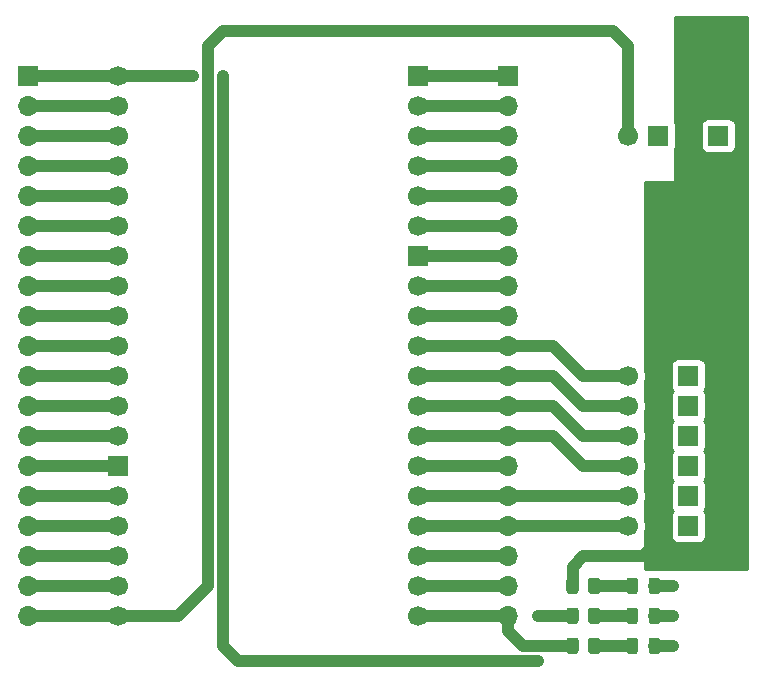
<source format=gbr>
%TF.GenerationSoftware,KiCad,Pcbnew,5.1.10-88a1d61d58~90~ubuntu20.04.1*%
%TF.CreationDate,2021-09-14T21:11:22+00:00*%
%TF.ProjectId,WifiServoBridge,57696669-5365-4727-966f-427269646765,rev?*%
%TF.SameCoordinates,Original*%
%TF.FileFunction,Copper,L1,Top*%
%TF.FilePolarity,Positive*%
%FSLAX46Y46*%
G04 Gerber Fmt 4.6, Leading zero omitted, Abs format (unit mm)*
G04 Created by KiCad (PCBNEW 5.1.10-88a1d61d58~90~ubuntu20.04.1) date 2021-09-14 21:11:22*
%MOMM*%
%LPD*%
G01*
G04 APERTURE LIST*
%TA.AperFunction,ComponentPad*%
%ADD10O,1.700000X1.700000*%
%TD*%
%TA.AperFunction,ComponentPad*%
%ADD11R,1.700000X1.700000*%
%TD*%
%TA.AperFunction,ComponentPad*%
%ADD12C,1.700000*%
%TD*%
%TA.AperFunction,ViaPad*%
%ADD13C,0.800000*%
%TD*%
%TA.AperFunction,Conductor*%
%ADD14C,1.000000*%
%TD*%
%TA.AperFunction,Conductor*%
%ADD15C,0.254000*%
%TD*%
%TA.AperFunction,Conductor*%
%ADD16C,0.100000*%
%TD*%
G04 APERTURE END LIST*
D10*
%TO.P,J4,19*%
%TO.N,DEBUG_LED*%
X392430000Y83820000D03*
%TO.P,J4,18*%
%TO.N,MCU_GPIO7*%
X392430000Y86360000D03*
%TO.P,J4,17*%
%TO.N,MCU_GPIO8*%
X392430000Y88900000D03*
%TO.P,J4,16*%
%TO.N,MCU_GPIO15*%
X392430000Y91440000D03*
%TO.P,J4,15*%
%TO.N,MCU_GPIO2*%
X392430000Y93980000D03*
%TO.P,J4,14*%
%TO.N,MCU_GPIO0*%
X392430000Y96520000D03*
%TO.P,J4,13*%
%TO.N,MCU_GPIO4*%
X392430000Y99060000D03*
%TO.P,J4,12*%
%TO.N,MCU_GPIO16*%
X392430000Y101600000D03*
%TO.P,J4,11*%
%TO.N,MCU_GPIO17*%
X392430000Y104140000D03*
%TO.P,J4,10*%
%TO.N,MCU_GPIO5*%
X392430000Y106680000D03*
%TO.P,J4,9*%
%TO.N,MCU_GPIO18*%
X392430000Y109220000D03*
%TO.P,J4,8*%
%TO.N,MCU_GPIO19*%
X392430000Y111760000D03*
%TO.P,J4,7*%
%TO.N,MCU_GND*%
X392430000Y114300000D03*
%TO.P,J4,6*%
%TO.N,MCU_GPIO21*%
X392430000Y116840000D03*
%TO.P,J4,5*%
%TO.N,MCU_GPIO3*%
X392430000Y119380000D03*
%TO.P,J4,4*%
%TO.N,MCU_GPIO1*%
X392430000Y121920000D03*
%TO.P,J4,3*%
%TO.N,MCU_GPIO22*%
X392430000Y124460000D03*
%TO.P,J4,2*%
%TO.N,MCU_GPIO23*%
X392430000Y127000000D03*
D11*
%TO.P,J4,1*%
%TO.N,MCU_GND*%
X392430000Y129540000D03*
%TD*%
D10*
%TO.P,J3,19*%
%TO.N,MCU_+5V*%
X351790000Y83820000D03*
%TO.P,J3,18*%
%TO.N,MCU_CMD*%
X351790000Y86360000D03*
%TO.P,J3,17*%
%TO.N,MCU_GPIO10*%
X351790000Y88900000D03*
%TO.P,J3,16*%
%TO.N,MCU_GPIO9*%
X351790000Y91440000D03*
%TO.P,J3,15*%
%TO.N,MCU_GPIO13*%
X351790000Y93980000D03*
%TO.P,J3,14*%
%TO.N,MCU_GND*%
X351790000Y96520000D03*
%TO.P,J3,13*%
%TO.N,MCU_GPIO12*%
X351790000Y99060000D03*
%TO.P,J3,12*%
%TO.N,MCU_GPIO14*%
X351790000Y101600000D03*
%TO.P,J3,11*%
%TO.N,MCU_GPIO27*%
X351790000Y104140000D03*
%TO.P,J3,10*%
%TO.N,MCU_GPIO26*%
X351790000Y106680000D03*
%TO.P,J3,9*%
%TO.N,MCU_GPIO25*%
X351790000Y109220000D03*
%TO.P,J3,8*%
%TO.N,MCU_GPIO33*%
X351790000Y111760000D03*
%TO.P,J3,7*%
%TO.N,MCU_GPIO32*%
X351790000Y114300000D03*
%TO.P,J3,6*%
%TO.N,MCU_GPIO35*%
X351790000Y116840000D03*
%TO.P,J3,5*%
%TO.N,MCU_GPIO34*%
X351790000Y119380000D03*
%TO.P,J3,4*%
%TO.N,MCU_SN*%
X351790000Y121920000D03*
%TO.P,J3,3*%
%TO.N,MCU_SP*%
X351790000Y124460000D03*
%TO.P,J3,2*%
%TO.N,MCU_EN*%
X351790000Y127000000D03*
D11*
%TO.P,J3,1*%
%TO.N,MCU_+3V3*%
X351790000Y129540000D03*
%TD*%
%TO.P,J1,2*%
%TO.N,SERVO_GND*%
X410210000Y124460000D03*
D12*
%TO.P,J1,1*%
%TO.N,SERVO_VCC*%
X407670000Y124460000D03*
%TD*%
%TO.P,J2,1*%
%TO.N,MCU_+5V*%
X402590000Y124460000D03*
D11*
%TO.P,J2,2*%
%TO.N,MCU_GND*%
X405130000Y124460000D03*
%TD*%
D12*
%TO.P,J5,1*%
%TO.N,MCU_GPIO5*%
X402590000Y104140000D03*
%TO.P,J5,2*%
%TO.N,SERVO_VCC*%
X405130000Y104140000D03*
D11*
%TO.P,J5,3*%
%TO.N,SERVO_GND*%
X407670000Y104140000D03*
%TD*%
%TO.P,J6,3*%
%TO.N,SERVO_GND*%
X407670000Y101600000D03*
D12*
%TO.P,J6,2*%
%TO.N,SERVO_VCC*%
X405130000Y101600000D03*
%TO.P,J6,1*%
%TO.N,MCU_GPIO17*%
X402590000Y101600000D03*
%TD*%
%TO.P,J7,1*%
%TO.N,MCU_GPIO16*%
X402590000Y99060000D03*
%TO.P,J7,2*%
%TO.N,SERVO_VCC*%
X405130000Y99060000D03*
D11*
%TO.P,J7,3*%
%TO.N,SERVO_GND*%
X407670000Y99060000D03*
%TD*%
%TO.P,J8,3*%
%TO.N,SERVO_GND*%
X407670000Y96520000D03*
D12*
%TO.P,J8,2*%
%TO.N,SERVO_VCC*%
X405130000Y96520000D03*
%TO.P,J8,1*%
%TO.N,MCU_GPIO4*%
X402590000Y96520000D03*
%TD*%
%TO.P,J9,1*%
%TO.N,MCU_GPIO2*%
X402590000Y93980000D03*
%TO.P,J9,2*%
%TO.N,SERVO_VCC*%
X405130000Y93980000D03*
D11*
%TO.P,J9,3*%
%TO.N,SERVO_GND*%
X407670000Y93980000D03*
%TD*%
%TO.P,J10,3*%
%TO.N,SERVO_GND*%
X407670000Y91440000D03*
D12*
%TO.P,J10,2*%
%TO.N,SERVO_VCC*%
X405130000Y91440000D03*
%TO.P,J10,1*%
%TO.N,MCU_GPIO15*%
X402590000Y91440000D03*
%TD*%
%TO.P,U1,2*%
%TO.N,MCU_+3V3*%
X359410000Y129540000D03*
%TO.P,U1,4*%
%TO.N,MCU_EN*%
X359410000Y127000000D03*
%TO.P,U1,5*%
%TO.N,MCU_SP*%
X359410000Y124460000D03*
%TO.P,U1,6*%
%TO.N,MCU_SN*%
X359410000Y121920000D03*
%TO.P,U1,35*%
%TO.N,MCU_GPIO34*%
X359410000Y119380000D03*
%TO.P,U1,36*%
%TO.N,MCU_GPIO35*%
X359410000Y116840000D03*
%TO.P,U1,33*%
%TO.N,MCU_GPIO32*%
X359410000Y114300000D03*
%TO.P,U1,34*%
%TO.N,MCU_GPIO33*%
X359410000Y111760000D03*
%TO.P,U1,30*%
%TO.N,MCU_GPIO25*%
X359410000Y109220000D03*
%TO.P,U1,31*%
%TO.N,MCU_GPIO26*%
X359410000Y106680000D03*
%TO.P,U1,32*%
%TO.N,MCU_GPIO27*%
X359410000Y104140000D03*
%TO.P,U1,21*%
%TO.N,MCU_GPIO14*%
X359410000Y101600000D03*
%TO.P,U1,19*%
%TO.N,MCU_GPIO12*%
X359410000Y99060000D03*
D11*
%TO.P,U1,1*%
%TO.N,MCU_GND*%
X359410000Y96520000D03*
D12*
%TO.P,U1,20*%
%TO.N,MCU_GPIO13*%
X359410000Y93980000D03*
%TO.P,U1,17*%
%TO.N,MCU_GPIO9*%
X359410000Y91440000D03*
%TO.P,U1,18*%
%TO.N,MCU_GPIO10*%
X359410000Y88900000D03*
%TO.P,U1,7*%
%TO.N,MCU_CMD*%
X359410000Y86360000D03*
%TO.P,U1,3*%
%TO.N,MCU_+5V*%
X359410000Y83820000D03*
D11*
%TO.P,U1,1*%
%TO.N,MCU_GND*%
X384810000Y129540000D03*
D12*
%TO.P,U1,29*%
%TO.N,MCU_GPIO23*%
X384810000Y127000000D03*
%TO.P,U1,28*%
%TO.N,MCU_GPIO22*%
X384810000Y124460000D03*
%TO.P,U1,9*%
%TO.N,MCU_GPIO1*%
X384810000Y121920000D03*
%TO.P,U1,11*%
%TO.N,MCU_GPIO3*%
X384810000Y119380000D03*
%TO.P,U1,27*%
%TO.N,MCU_GPIO21*%
X384810000Y116840000D03*
D11*
%TO.P,U1,1*%
%TO.N,MCU_GND*%
X384810000Y114300000D03*
D12*
%TO.P,U1,26*%
%TO.N,MCU_GPIO19*%
X384810000Y111760000D03*
%TO.P,U1,25*%
%TO.N,MCU_GPIO18*%
X384810000Y109220000D03*
%TO.P,U1,13*%
%TO.N,MCU_GPIO5*%
X384810000Y106680000D03*
%TO.P,U1,24*%
%TO.N,MCU_GPIO17*%
X384810000Y104140000D03*
%TO.P,U1,23*%
%TO.N,MCU_GPIO16*%
X384810000Y101600000D03*
%TO.P,U1,12*%
%TO.N,MCU_GPIO4*%
X384810000Y99060000D03*
%TO.P,U1,8*%
%TO.N,MCU_GPIO0*%
X384810000Y96520000D03*
%TO.P,U1,10*%
%TO.N,MCU_GPIO2*%
X384810000Y93980000D03*
%TO.P,U1,22*%
%TO.N,MCU_GPIO15*%
X384810000Y91440000D03*
%TO.P,U1,16*%
%TO.N,MCU_GPIO8*%
X384810000Y88900000D03*
%TO.P,U1,15*%
%TO.N,MCU_GPIO7*%
X384810000Y86360000D03*
%TO.P,U1,14*%
%TO.N,DEBUG_LED*%
X384810000Y83820000D03*
%TD*%
%TO.P,D2,1*%
%TO.N,MCU_GND*%
%TA.AperFunction,SMDPad,CuDef*%
G36*
G01*
X405285000Y84276250D02*
X405285000Y83363750D01*
G75*
G02*
X405041250Y83120000I-243750J0D01*
G01*
X404553750Y83120000D01*
G75*
G02*
X404310000Y83363750I0J243750D01*
G01*
X404310000Y84276250D01*
G75*
G02*
X404553750Y84520000I243750J0D01*
G01*
X405041250Y84520000D01*
G75*
G02*
X405285000Y84276250I0J-243750D01*
G01*
G37*
%TD.AperFunction*%
%TO.P,D2,2*%
%TO.N,Net-(D2-Pad2)*%
%TA.AperFunction,SMDPad,CuDef*%
G36*
G01*
X403410000Y84276250D02*
X403410000Y83363750D01*
G75*
G02*
X403166250Y83120000I-243750J0D01*
G01*
X402678750Y83120000D01*
G75*
G02*
X402435000Y83363750I0J243750D01*
G01*
X402435000Y84276250D01*
G75*
G02*
X402678750Y84520000I243750J0D01*
G01*
X403166250Y84520000D01*
G75*
G02*
X403410000Y84276250I0J-243750D01*
G01*
G37*
%TD.AperFunction*%
%TD*%
%TO.P,D3,2*%
%TO.N,Net-(D3-Pad2)*%
%TA.AperFunction,SMDPad,CuDef*%
G36*
G01*
X403410000Y81736250D02*
X403410000Y80823750D01*
G75*
G02*
X403166250Y80580000I-243750J0D01*
G01*
X402678750Y80580000D01*
G75*
G02*
X402435000Y80823750I0J243750D01*
G01*
X402435000Y81736250D01*
G75*
G02*
X402678750Y81980000I243750J0D01*
G01*
X403166250Y81980000D01*
G75*
G02*
X403410000Y81736250I0J-243750D01*
G01*
G37*
%TD.AperFunction*%
%TO.P,D3,1*%
%TO.N,MCU_GND*%
%TA.AperFunction,SMDPad,CuDef*%
G36*
G01*
X405285000Y81736250D02*
X405285000Y80823750D01*
G75*
G02*
X405041250Y80580000I-243750J0D01*
G01*
X404553750Y80580000D01*
G75*
G02*
X404310000Y80823750I0J243750D01*
G01*
X404310000Y81736250D01*
G75*
G02*
X404553750Y81980000I243750J0D01*
G01*
X405041250Y81980000D01*
G75*
G02*
X405285000Y81736250I0J-243750D01*
G01*
G37*
%TD.AperFunction*%
%TD*%
%TO.P,R2,1*%
%TO.N,Net-(D2-Pad2)*%
%TA.AperFunction,SMDPad,CuDef*%
G36*
G01*
X400205000Y84270002D02*
X400205000Y83369998D01*
G75*
G02*
X399955002Y83120000I-249998J0D01*
G01*
X399429998Y83120000D01*
G75*
G02*
X399180000Y83369998I0J249998D01*
G01*
X399180000Y84270002D01*
G75*
G02*
X399429998Y84520000I249998J0D01*
G01*
X399955002Y84520000D01*
G75*
G02*
X400205000Y84270002I0J-249998D01*
G01*
G37*
%TD.AperFunction*%
%TO.P,R2,2*%
%TO.N,MCU_+3V3*%
%TA.AperFunction,SMDPad,CuDef*%
G36*
G01*
X398380000Y84270002D02*
X398380000Y83369998D01*
G75*
G02*
X398130002Y83120000I-249998J0D01*
G01*
X397604998Y83120000D01*
G75*
G02*
X397355000Y83369998I0J249998D01*
G01*
X397355000Y84270002D01*
G75*
G02*
X397604998Y84520000I249998J0D01*
G01*
X398130002Y84520000D01*
G75*
G02*
X398380000Y84270002I0J-249998D01*
G01*
G37*
%TD.AperFunction*%
%TD*%
%TO.P,R3,2*%
%TO.N,DEBUG_LED*%
%TA.AperFunction,SMDPad,CuDef*%
G36*
G01*
X398380000Y81730002D02*
X398380000Y80829998D01*
G75*
G02*
X398130002Y80580000I-249998J0D01*
G01*
X397604998Y80580000D01*
G75*
G02*
X397355000Y80829998I0J249998D01*
G01*
X397355000Y81730002D01*
G75*
G02*
X397604998Y81980000I249998J0D01*
G01*
X398130002Y81980000D01*
G75*
G02*
X398380000Y81730002I0J-249998D01*
G01*
G37*
%TD.AperFunction*%
%TO.P,R3,1*%
%TO.N,Net-(D3-Pad2)*%
%TA.AperFunction,SMDPad,CuDef*%
G36*
G01*
X400205000Y81730002D02*
X400205000Y80829998D01*
G75*
G02*
X399955002Y80580000I-249998J0D01*
G01*
X399429998Y80580000D01*
G75*
G02*
X399180000Y80829998I0J249998D01*
G01*
X399180000Y81730002D01*
G75*
G02*
X399429998Y81980000I249998J0D01*
G01*
X399955002Y81980000D01*
G75*
G02*
X400205000Y81730002I0J-249998D01*
G01*
G37*
%TD.AperFunction*%
%TD*%
%TO.P,D1,1*%
%TO.N,SERVO_GND*%
%TA.AperFunction,SMDPad,CuDef*%
G36*
G01*
X405285000Y86816250D02*
X405285000Y85903750D01*
G75*
G02*
X405041250Y85660000I-243750J0D01*
G01*
X404553750Y85660000D01*
G75*
G02*
X404310000Y85903750I0J243750D01*
G01*
X404310000Y86816250D01*
G75*
G02*
X404553750Y87060000I243750J0D01*
G01*
X405041250Y87060000D01*
G75*
G02*
X405285000Y86816250I0J-243750D01*
G01*
G37*
%TD.AperFunction*%
%TO.P,D1,2*%
%TO.N,Net-(D1-Pad2)*%
%TA.AperFunction,SMDPad,CuDef*%
G36*
G01*
X403410000Y86816250D02*
X403410000Y85903750D01*
G75*
G02*
X403166250Y85660000I-243750J0D01*
G01*
X402678750Y85660000D01*
G75*
G02*
X402435000Y85903750I0J243750D01*
G01*
X402435000Y86816250D01*
G75*
G02*
X402678750Y87060000I243750J0D01*
G01*
X403166250Y87060000D01*
G75*
G02*
X403410000Y86816250I0J-243750D01*
G01*
G37*
%TD.AperFunction*%
%TD*%
%TO.P,R1,1*%
%TO.N,Net-(D1-Pad2)*%
%TA.AperFunction,SMDPad,CuDef*%
G36*
G01*
X400205000Y86810001D02*
X400205000Y85909999D01*
G75*
G02*
X399955001Y85660000I-249999J0D01*
G01*
X399429999Y85660000D01*
G75*
G02*
X399180000Y85909999I0J249999D01*
G01*
X399180000Y86810001D01*
G75*
G02*
X399429999Y87060000I249999J0D01*
G01*
X399955001Y87060000D01*
G75*
G02*
X400205000Y86810001I0J-249999D01*
G01*
G37*
%TD.AperFunction*%
%TO.P,R1,2*%
%TO.N,SERVO_VCC*%
%TA.AperFunction,SMDPad,CuDef*%
G36*
G01*
X398380000Y86810001D02*
X398380000Y85909999D01*
G75*
G02*
X398130001Y85660000I-249999J0D01*
G01*
X397604999Y85660000D01*
G75*
G02*
X397355000Y85909999I0J249999D01*
G01*
X397355000Y86810001D01*
G75*
G02*
X397604999Y87060000I249999J0D01*
G01*
X398130001Y87060000D01*
G75*
G02*
X398380000Y86810001I0J-249999D01*
G01*
G37*
%TD.AperFunction*%
%TD*%
D13*
%TO.N,MCU_+3V3*%
X394970000Y83820000D03*
%TO.N,SERVO_GND*%
X406400000Y86360000D03*
%TO.N,MCU_GND*%
X406400000Y83820000D03*
X406400000Y81280000D03*
%TO.N,MCU_+3V3*%
X394970000Y80010000D03*
X365760000Y129540000D03*
X368300000Y129540000D03*
%TD*%
D14*
%TO.N,MCU_GND*%
X351790000Y96520000D02*
X359410000Y96520000D01*
X384810000Y114300000D02*
X392430000Y114300000D01*
X384810000Y129540000D02*
X392430000Y129540000D01*
%TO.N,SERVO_GND*%
X404797500Y86360000D02*
X406400000Y86360000D01*
%TO.N,SERVO_VCC*%
X397867500Y86360000D02*
X397867500Y87987500D01*
X397867500Y87987500D02*
X398780000Y88900000D01*
X398780000Y88900000D02*
X403860000Y88900000D01*
X403860000Y88900000D02*
X405130000Y90170000D01*
X405130000Y90170000D02*
X405130000Y91440000D01*
%TO.N,MCU_GND*%
X404797500Y81280000D02*
X406400000Y81280000D01*
X404797500Y83820000D02*
X406400000Y83820000D01*
%TO.N,MCU_+5V*%
X351790000Y83820000D02*
X359410000Y83820000D01*
X402590000Y132080000D02*
X402590000Y124460000D01*
X368300000Y133350000D02*
X401320000Y133350000D01*
X367030000Y132080000D02*
X368300000Y133350000D01*
X367030000Y86360000D02*
X367030000Y132080000D01*
X364490000Y83820000D02*
X367030000Y86360000D01*
X401320000Y133350000D02*
X402590000Y132080000D01*
X359410000Y83820000D02*
X364490000Y83820000D01*
%TO.N,MCU_CMD*%
X351790000Y86360000D02*
X359410000Y86360000D01*
%TO.N,MCU_GPIO10*%
X351790000Y88900000D02*
X359410000Y88900000D01*
%TO.N,MCU_GPIO9*%
X351790000Y91440000D02*
X359410000Y91440000D01*
%TO.N,MCU_GPIO27*%
X351790000Y104140000D02*
X359410000Y104140000D01*
%TO.N,MCU_GPIO26*%
X351790000Y106680000D02*
X359410000Y106680000D01*
%TO.N,MCU_GPIO25*%
X351790000Y109220000D02*
X359410000Y109220000D01*
%TO.N,MCU_GPIO33*%
X351790000Y111760000D02*
X359410000Y111760000D01*
%TO.N,MCU_GPIO32*%
X351790000Y114300000D02*
X359410000Y114300000D01*
%TO.N,MCU_GPIO35*%
X351790000Y116840000D02*
X359410000Y116840000D01*
%TO.N,MCU_GPIO34*%
X351790000Y119380000D02*
X359410000Y119380000D01*
%TO.N,MCU_SN*%
X351790000Y121920000D02*
X359410000Y121920000D01*
%TO.N,MCU_SP*%
X351790000Y124460000D02*
X359410000Y124460000D01*
%TO.N,MCU_EN*%
X351790000Y127000000D02*
X359410000Y127000000D01*
%TO.N,MCU_GPIO7*%
X384810000Y86360000D02*
X392430000Y86360000D01*
%TO.N,MCU_GPIO8*%
X384810000Y88900000D02*
X392430000Y88900000D01*
%TO.N,MCU_GPIO15*%
X384810000Y91440000D02*
X392430000Y91440000D01*
X392430000Y91440000D02*
X402590000Y91440000D01*
%TO.N,MCU_GPIO0*%
X384810000Y96520000D02*
X392430000Y96520000D01*
%TO.N,MCU_GPIO16*%
X384810000Y101600000D02*
X392430000Y101600000D01*
X392430000Y101600000D02*
X396240000Y101600000D01*
X396240000Y101600000D02*
X398780000Y99060000D01*
X398780000Y99060000D02*
X402590000Y99060000D01*
%TO.N,MCU_GPIO17*%
X384810000Y104140000D02*
X392430000Y104140000D01*
X392430000Y104140000D02*
X396240000Y104140000D01*
X396240000Y104140000D02*
X398780000Y101600000D01*
X398780000Y101600000D02*
X402590000Y101600000D01*
%TO.N,MCU_GPIO18*%
X384810000Y109220000D02*
X392430000Y109220000D01*
%TO.N,MCU_GPIO19*%
X384810000Y111760000D02*
X392430000Y111760000D01*
%TO.N,MCU_GPIO3*%
X384810000Y119380000D02*
X392430000Y119380000D01*
%TO.N,MCU_GPIO1*%
X384810000Y121920000D02*
X392430000Y121920000D01*
%TO.N,MCU_GPIO22*%
X384810000Y124460000D02*
X392430000Y124460000D01*
%TO.N,MCU_GPIO23*%
X384810000Y127000000D02*
X392430000Y127000000D01*
%TO.N,MCU_+3V3*%
X351790000Y129540000D02*
X359410000Y129540000D01*
X359410000Y129540000D02*
X365760000Y129540000D01*
X369570000Y80010000D02*
X394970000Y80010000D01*
X368300000Y81280000D02*
X369570000Y80010000D01*
X368300000Y129540000D02*
X368300000Y81280000D01*
X394970000Y83820000D02*
X397867500Y83820000D01*
%TO.N,DEBUG_LED*%
X392430000Y83820000D02*
X384810000Y83820000D01*
X392430000Y83820000D02*
X392430000Y82550000D01*
X392430000Y82550000D02*
X393700000Y81280000D01*
X393700000Y81280000D02*
X397867500Y81280000D01*
%TO.N,MCU_GPIO21*%
X384810000Y116840000D02*
X392430000Y116840000D01*
%TO.N,MCU_GPIO13*%
X351790000Y93980000D02*
X359410000Y93980000D01*
%TO.N,MCU_GPIO12*%
X351790000Y99060000D02*
X359410000Y99060000D01*
%TO.N,MCU_GPIO14*%
X351790000Y101600000D02*
X359410000Y101600000D01*
%TO.N,MCU_GPIO2*%
X392430000Y93980000D02*
X384810000Y93980000D01*
X392430000Y93980000D02*
X402590000Y93980000D01*
%TO.N,MCU_GPIO4*%
X384810000Y99060000D02*
X392430000Y99060000D01*
X396240000Y99060000D02*
X392430000Y99060000D01*
X398780000Y96520000D02*
X396240000Y99060000D01*
X402590000Y96520000D02*
X398780000Y96520000D01*
%TO.N,MCU_GPIO5*%
X384810000Y106680000D02*
X392430000Y106680000D01*
X392430000Y106680000D02*
X396240000Y106680000D01*
X396240000Y106680000D02*
X398780000Y104140000D01*
X398780000Y104140000D02*
X402590000Y104140000D01*
%TO.N,Net-(D1-Pad2)*%
X399692500Y86360000D02*
X402922500Y86360000D01*
%TO.N,Net-(D2-Pad2)*%
X402922500Y83820000D02*
X399692500Y83820000D01*
%TO.N,Net-(D3-Pad2)*%
X399692500Y81280000D02*
X402922500Y81280000D01*
%TD*%
D15*
%TO.N,SERVO_VCC*%
X412623000Y87757000D02*
X403987000Y87757000D01*
X403987000Y90932165D01*
X404017932Y91006842D01*
X404075000Y91293740D01*
X404075000Y91586260D01*
X404017932Y91873158D01*
X403987000Y91947835D01*
X403987000Y93472165D01*
X404017932Y93546842D01*
X404075000Y93833740D01*
X404075000Y94126260D01*
X404017932Y94413158D01*
X403987000Y94487835D01*
X403987000Y96012165D01*
X404017932Y96086842D01*
X404075000Y96373740D01*
X404075000Y96666260D01*
X404017932Y96953158D01*
X403987000Y97027835D01*
X403987000Y98552165D01*
X404017932Y98626842D01*
X404075000Y98913740D01*
X404075000Y99206260D01*
X404017932Y99493158D01*
X403987000Y99567835D01*
X403987000Y101092165D01*
X404017932Y101166842D01*
X404075000Y101453740D01*
X404075000Y101746260D01*
X404017932Y102033158D01*
X403987000Y102107835D01*
X403987000Y103632165D01*
X404017932Y103706842D01*
X404075000Y103993740D01*
X404075000Y104286260D01*
X404017932Y104573158D01*
X403987000Y104647835D01*
X403987000Y104990000D01*
X406181928Y104990000D01*
X406181928Y103290000D01*
X406194188Y103165518D01*
X406230498Y103045820D01*
X406289463Y102935506D01*
X406343222Y102870000D01*
X406289463Y102804494D01*
X406230498Y102694180D01*
X406194188Y102574482D01*
X406181928Y102450000D01*
X406181928Y100750000D01*
X406194188Y100625518D01*
X406230498Y100505820D01*
X406289463Y100395506D01*
X406343222Y100330000D01*
X406289463Y100264494D01*
X406230498Y100154180D01*
X406194188Y100034482D01*
X406181928Y99910000D01*
X406181928Y98210000D01*
X406194188Y98085518D01*
X406230498Y97965820D01*
X406289463Y97855506D01*
X406343222Y97790000D01*
X406289463Y97724494D01*
X406230498Y97614180D01*
X406194188Y97494482D01*
X406181928Y97370000D01*
X406181928Y95670000D01*
X406194188Y95545518D01*
X406230498Y95425820D01*
X406289463Y95315506D01*
X406343222Y95250000D01*
X406289463Y95184494D01*
X406230498Y95074180D01*
X406194188Y94954482D01*
X406181928Y94830000D01*
X406181928Y93130000D01*
X406194188Y93005518D01*
X406230498Y92885820D01*
X406289463Y92775506D01*
X406343222Y92710000D01*
X406289463Y92644494D01*
X406230498Y92534180D01*
X406194188Y92414482D01*
X406181928Y92290000D01*
X406181928Y90590000D01*
X406194188Y90465518D01*
X406230498Y90345820D01*
X406289463Y90235506D01*
X406368815Y90138815D01*
X406465506Y90059463D01*
X406575820Y90000498D01*
X406695518Y89964188D01*
X406820000Y89951928D01*
X408520000Y89951928D01*
X408644482Y89964188D01*
X408764180Y90000498D01*
X408874494Y90059463D01*
X408971185Y90138815D01*
X409050537Y90235506D01*
X409109502Y90345820D01*
X409145812Y90465518D01*
X409158072Y90590000D01*
X409158072Y92290000D01*
X409145812Y92414482D01*
X409109502Y92534180D01*
X409050537Y92644494D01*
X408996778Y92710000D01*
X409050537Y92775506D01*
X409109502Y92885820D01*
X409145812Y93005518D01*
X409158072Y93130000D01*
X409158072Y94830000D01*
X409145812Y94954482D01*
X409109502Y95074180D01*
X409050537Y95184494D01*
X408996778Y95250000D01*
X409050537Y95315506D01*
X409109502Y95425820D01*
X409145812Y95545518D01*
X409158072Y95670000D01*
X409158072Y97370000D01*
X409145812Y97494482D01*
X409109502Y97614180D01*
X409050537Y97724494D01*
X408996778Y97790000D01*
X409050537Y97855506D01*
X409109502Y97965820D01*
X409145812Y98085518D01*
X409158072Y98210000D01*
X409158072Y99910000D01*
X409145812Y100034482D01*
X409109502Y100154180D01*
X409050537Y100264494D01*
X408996778Y100330000D01*
X409050537Y100395506D01*
X409109502Y100505820D01*
X409145812Y100625518D01*
X409158072Y100750000D01*
X409158072Y102450000D01*
X409145812Y102574482D01*
X409109502Y102694180D01*
X409050537Y102804494D01*
X408996778Y102870000D01*
X409050537Y102935506D01*
X409109502Y103045820D01*
X409145812Y103165518D01*
X409158072Y103290000D01*
X409158072Y104990000D01*
X409145812Y105114482D01*
X409109502Y105234180D01*
X409050537Y105344494D01*
X408971185Y105441185D01*
X408874494Y105520537D01*
X408764180Y105579502D01*
X408644482Y105615812D01*
X408520000Y105628072D01*
X406820000Y105628072D01*
X406695518Y105615812D01*
X406575820Y105579502D01*
X406465506Y105520537D01*
X406368815Y105441185D01*
X406289463Y105344494D01*
X406230498Y105234180D01*
X406194188Y105114482D01*
X406181928Y104990000D01*
X403987000Y104990000D01*
X403987000Y120523000D01*
X406400000Y120523000D01*
X406424776Y120525440D01*
X406448601Y120532667D01*
X406470557Y120544403D01*
X406489803Y120560197D01*
X406505597Y120579443D01*
X406517333Y120601399D01*
X406524560Y120625224D01*
X406527000Y120650000D01*
X406527000Y123286306D01*
X406569502Y123365820D01*
X406605812Y123485518D01*
X406618072Y123610000D01*
X406618072Y125310000D01*
X408721928Y125310000D01*
X408721928Y123610000D01*
X408734188Y123485518D01*
X408770498Y123365820D01*
X408829463Y123255506D01*
X408908815Y123158815D01*
X409005506Y123079463D01*
X409115820Y123020498D01*
X409235518Y122984188D01*
X409360000Y122971928D01*
X411060000Y122971928D01*
X411184482Y122984188D01*
X411304180Y123020498D01*
X411414494Y123079463D01*
X411511185Y123158815D01*
X411590537Y123255506D01*
X411649502Y123365820D01*
X411685812Y123485518D01*
X411698072Y123610000D01*
X411698072Y125310000D01*
X411685812Y125434482D01*
X411649502Y125554180D01*
X411590537Y125664494D01*
X411511185Y125761185D01*
X411414494Y125840537D01*
X411304180Y125899502D01*
X411184482Y125935812D01*
X411060000Y125948072D01*
X409360000Y125948072D01*
X409235518Y125935812D01*
X409115820Y125899502D01*
X409005506Y125840537D01*
X408908815Y125761185D01*
X408829463Y125664494D01*
X408770498Y125554180D01*
X408734188Y125434482D01*
X408721928Y125310000D01*
X406618072Y125310000D01*
X406605812Y125434482D01*
X406569502Y125554180D01*
X406527000Y125633694D01*
X406527000Y134493000D01*
X412623000Y134493000D01*
X412623000Y87757000D01*
%TA.AperFunction,Conductor*%
D16*
G36*
X412623000Y87757000D02*
G01*
X403987000Y87757000D01*
X403987000Y90932165D01*
X404017932Y91006842D01*
X404075000Y91293740D01*
X404075000Y91586260D01*
X404017932Y91873158D01*
X403987000Y91947835D01*
X403987000Y93472165D01*
X404017932Y93546842D01*
X404075000Y93833740D01*
X404075000Y94126260D01*
X404017932Y94413158D01*
X403987000Y94487835D01*
X403987000Y96012165D01*
X404017932Y96086842D01*
X404075000Y96373740D01*
X404075000Y96666260D01*
X404017932Y96953158D01*
X403987000Y97027835D01*
X403987000Y98552165D01*
X404017932Y98626842D01*
X404075000Y98913740D01*
X404075000Y99206260D01*
X404017932Y99493158D01*
X403987000Y99567835D01*
X403987000Y101092165D01*
X404017932Y101166842D01*
X404075000Y101453740D01*
X404075000Y101746260D01*
X404017932Y102033158D01*
X403987000Y102107835D01*
X403987000Y103632165D01*
X404017932Y103706842D01*
X404075000Y103993740D01*
X404075000Y104286260D01*
X404017932Y104573158D01*
X403987000Y104647835D01*
X403987000Y104990000D01*
X406181928Y104990000D01*
X406181928Y103290000D01*
X406194188Y103165518D01*
X406230498Y103045820D01*
X406289463Y102935506D01*
X406343222Y102870000D01*
X406289463Y102804494D01*
X406230498Y102694180D01*
X406194188Y102574482D01*
X406181928Y102450000D01*
X406181928Y100750000D01*
X406194188Y100625518D01*
X406230498Y100505820D01*
X406289463Y100395506D01*
X406343222Y100330000D01*
X406289463Y100264494D01*
X406230498Y100154180D01*
X406194188Y100034482D01*
X406181928Y99910000D01*
X406181928Y98210000D01*
X406194188Y98085518D01*
X406230498Y97965820D01*
X406289463Y97855506D01*
X406343222Y97790000D01*
X406289463Y97724494D01*
X406230498Y97614180D01*
X406194188Y97494482D01*
X406181928Y97370000D01*
X406181928Y95670000D01*
X406194188Y95545518D01*
X406230498Y95425820D01*
X406289463Y95315506D01*
X406343222Y95250000D01*
X406289463Y95184494D01*
X406230498Y95074180D01*
X406194188Y94954482D01*
X406181928Y94830000D01*
X406181928Y93130000D01*
X406194188Y93005518D01*
X406230498Y92885820D01*
X406289463Y92775506D01*
X406343222Y92710000D01*
X406289463Y92644494D01*
X406230498Y92534180D01*
X406194188Y92414482D01*
X406181928Y92290000D01*
X406181928Y90590000D01*
X406194188Y90465518D01*
X406230498Y90345820D01*
X406289463Y90235506D01*
X406368815Y90138815D01*
X406465506Y90059463D01*
X406575820Y90000498D01*
X406695518Y89964188D01*
X406820000Y89951928D01*
X408520000Y89951928D01*
X408644482Y89964188D01*
X408764180Y90000498D01*
X408874494Y90059463D01*
X408971185Y90138815D01*
X409050537Y90235506D01*
X409109502Y90345820D01*
X409145812Y90465518D01*
X409158072Y90590000D01*
X409158072Y92290000D01*
X409145812Y92414482D01*
X409109502Y92534180D01*
X409050537Y92644494D01*
X408996778Y92710000D01*
X409050537Y92775506D01*
X409109502Y92885820D01*
X409145812Y93005518D01*
X409158072Y93130000D01*
X409158072Y94830000D01*
X409145812Y94954482D01*
X409109502Y95074180D01*
X409050537Y95184494D01*
X408996778Y95250000D01*
X409050537Y95315506D01*
X409109502Y95425820D01*
X409145812Y95545518D01*
X409158072Y95670000D01*
X409158072Y97370000D01*
X409145812Y97494482D01*
X409109502Y97614180D01*
X409050537Y97724494D01*
X408996778Y97790000D01*
X409050537Y97855506D01*
X409109502Y97965820D01*
X409145812Y98085518D01*
X409158072Y98210000D01*
X409158072Y99910000D01*
X409145812Y100034482D01*
X409109502Y100154180D01*
X409050537Y100264494D01*
X408996778Y100330000D01*
X409050537Y100395506D01*
X409109502Y100505820D01*
X409145812Y100625518D01*
X409158072Y100750000D01*
X409158072Y102450000D01*
X409145812Y102574482D01*
X409109502Y102694180D01*
X409050537Y102804494D01*
X408996778Y102870000D01*
X409050537Y102935506D01*
X409109502Y103045820D01*
X409145812Y103165518D01*
X409158072Y103290000D01*
X409158072Y104990000D01*
X409145812Y105114482D01*
X409109502Y105234180D01*
X409050537Y105344494D01*
X408971185Y105441185D01*
X408874494Y105520537D01*
X408764180Y105579502D01*
X408644482Y105615812D01*
X408520000Y105628072D01*
X406820000Y105628072D01*
X406695518Y105615812D01*
X406575820Y105579502D01*
X406465506Y105520537D01*
X406368815Y105441185D01*
X406289463Y105344494D01*
X406230498Y105234180D01*
X406194188Y105114482D01*
X406181928Y104990000D01*
X403987000Y104990000D01*
X403987000Y120523000D01*
X406400000Y120523000D01*
X406424776Y120525440D01*
X406448601Y120532667D01*
X406470557Y120544403D01*
X406489803Y120560197D01*
X406505597Y120579443D01*
X406517333Y120601399D01*
X406524560Y120625224D01*
X406527000Y120650000D01*
X406527000Y123286306D01*
X406569502Y123365820D01*
X406605812Y123485518D01*
X406618072Y123610000D01*
X406618072Y125310000D01*
X408721928Y125310000D01*
X408721928Y123610000D01*
X408734188Y123485518D01*
X408770498Y123365820D01*
X408829463Y123255506D01*
X408908815Y123158815D01*
X409005506Y123079463D01*
X409115820Y123020498D01*
X409235518Y122984188D01*
X409360000Y122971928D01*
X411060000Y122971928D01*
X411184482Y122984188D01*
X411304180Y123020498D01*
X411414494Y123079463D01*
X411511185Y123158815D01*
X411590537Y123255506D01*
X411649502Y123365820D01*
X411685812Y123485518D01*
X411698072Y123610000D01*
X411698072Y125310000D01*
X411685812Y125434482D01*
X411649502Y125554180D01*
X411590537Y125664494D01*
X411511185Y125761185D01*
X411414494Y125840537D01*
X411304180Y125899502D01*
X411184482Y125935812D01*
X411060000Y125948072D01*
X409360000Y125948072D01*
X409235518Y125935812D01*
X409115820Y125899502D01*
X409005506Y125840537D01*
X408908815Y125761185D01*
X408829463Y125664494D01*
X408770498Y125554180D01*
X408734188Y125434482D01*
X408721928Y125310000D01*
X406618072Y125310000D01*
X406605812Y125434482D01*
X406569502Y125554180D01*
X406527000Y125633694D01*
X406527000Y134493000D01*
X412623000Y134493000D01*
X412623000Y87757000D01*
G37*
%TD.AperFunction*%
%TD*%
M02*

</source>
